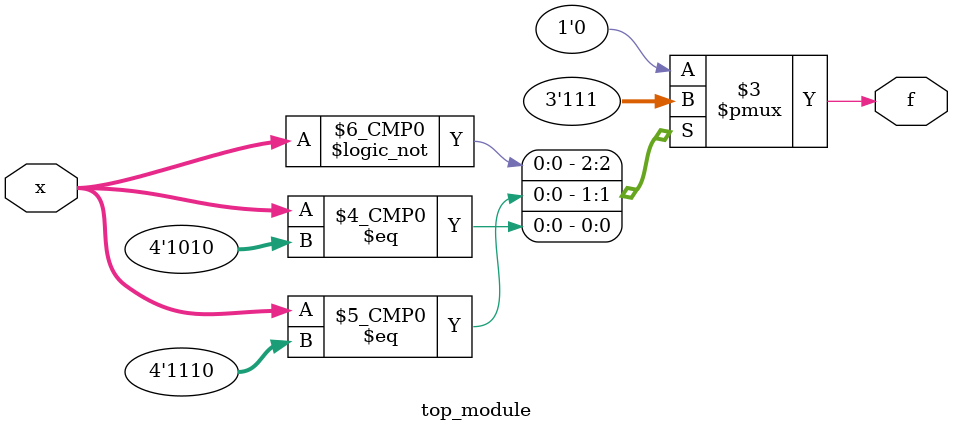
<source format=sv>
module top_module (
	input [4:1] x,
	output logic f
);

    always_comb begin
        case (x)
        
            4'b0000: f = 1;
            4'b0010: f = 0;
            4'b1110: f = 1;
            4'b1010: f = 1;
            default: f = 0;
            
        endcase
    end

endmodule

</source>
